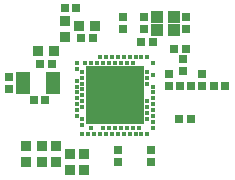
<source format=gts>
G04*
G04 #@! TF.GenerationSoftware,Altium Limited,Altium Designer,21.0.9 (235)*
G04*
G04 Layer_Color=8388736*
%FSLAX24Y24*%
%MOIN*%
G70*
G04*
G04 #@! TF.SameCoordinates,0FC08E8B-5143-46C9-A69D-0C2F4C58737C*
G04*
G04*
G04 #@! TF.FilePolarity,Negative*
G04*
G01*
G75*
%ADD23R,0.0316X0.0257*%
%ADD24R,0.0257X0.0296*%
%ADD25R,0.0296X0.0257*%
%ADD26R,0.0375X0.0355*%
%ADD27R,0.0434X0.0395*%
%ADD28R,0.0355X0.0375*%
%ADD29C,0.0148*%
%ADD30R,0.1949X0.1949*%
%ADD31R,0.0454X0.0769*%
D23*
X3667Y302D02*
D03*
X3293D02*
D03*
X2165Y302D02*
D03*
X2539Y302D02*
D03*
X-1673Y2904D02*
D03*
X-1299D02*
D03*
D24*
X2916Y323D02*
D03*
Y717D02*
D03*
X1792Y305D02*
D03*
Y699D02*
D03*
X2266Y1197D02*
D03*
Y803D02*
D03*
X1191Y-1821D02*
D03*
Y-2215D02*
D03*
X98Y-1821D02*
D03*
Y-2215D02*
D03*
X2378Y2597D02*
D03*
Y2203D02*
D03*
X978Y2203D02*
D03*
Y2597D02*
D03*
X266Y2205D02*
D03*
Y2598D02*
D03*
X-3515Y217D02*
D03*
Y610D02*
D03*
D25*
X876Y1791D02*
D03*
X1270D02*
D03*
X2126Y-787D02*
D03*
X2520D02*
D03*
X1969Y1545D02*
D03*
X2362D02*
D03*
X-2096Y1033D02*
D03*
X-2490D02*
D03*
X-2314Y-167D02*
D03*
X-2708D02*
D03*
X-1127Y1900D02*
D03*
X-733D02*
D03*
D26*
X-1959Y-2215D02*
D03*
Y-1683D02*
D03*
X-2421Y-2215D02*
D03*
Y-1683D02*
D03*
X-2953Y-2215D02*
D03*
Y-1683D02*
D03*
X-1673Y2490D02*
D03*
Y1959D02*
D03*
X-1496Y-2500D02*
D03*
Y-1969D02*
D03*
X-1033Y-2500D02*
D03*
Y-1969D02*
D03*
D27*
X1392Y2173D02*
D03*
Y2626D02*
D03*
X1963D02*
D03*
Y2173D02*
D03*
D28*
X-2549Y1467D02*
D03*
X-2018D02*
D03*
X-1191Y2309D02*
D03*
X-659D02*
D03*
D29*
X886Y1280D02*
D03*
X-492D02*
D03*
X-295D02*
D03*
X-98D02*
D03*
X98D02*
D03*
X295D02*
D03*
X492D02*
D03*
X689D02*
D03*
X1083D02*
D03*
X-1280Y1083D02*
D03*
X-984D02*
D03*
X-787D02*
D03*
X-591D02*
D03*
X-394D02*
D03*
X-197D02*
D03*
X0D02*
D03*
X197D02*
D03*
X394D02*
D03*
X591D02*
D03*
X1280D02*
D03*
X1083Y787D02*
D03*
X-1280Y886D02*
D03*
X-1083Y787D02*
D03*
X1280Y689D02*
D03*
X-1083Y591D02*
D03*
X1083D02*
D03*
X-1280Y492D02*
D03*
X-1083Y394D02*
D03*
X1083D02*
D03*
X-1280Y295D02*
D03*
X1280D02*
D03*
X-1083Y197D02*
D03*
X-1280Y98D02*
D03*
X1280D02*
D03*
X-1083Y0D02*
D03*
X-1280Y-98D02*
D03*
X1280D02*
D03*
X-1083Y-197D02*
D03*
X1083D02*
D03*
X-1280Y-295D02*
D03*
X1280D02*
D03*
X-1083Y-394D02*
D03*
X1083D02*
D03*
X-1280Y-492D02*
D03*
X1280D02*
D03*
X1083Y-591D02*
D03*
X-1280Y-689D02*
D03*
X1280D02*
D03*
X-1083Y-787D02*
D03*
X1083D02*
D03*
X1280Y-886D02*
D03*
X-1083Y-984D02*
D03*
X-787Y-1083D02*
D03*
X-394D02*
D03*
X-197D02*
D03*
X0D02*
D03*
X197D02*
D03*
X394D02*
D03*
X591D02*
D03*
X787D02*
D03*
X1280D02*
D03*
X-1083Y-1280D02*
D03*
X-886D02*
D03*
X-689D02*
D03*
X-492D02*
D03*
X-295D02*
D03*
X-98D02*
D03*
X98D02*
D03*
X295D02*
D03*
X492D02*
D03*
X689D02*
D03*
X886D02*
D03*
X1083D02*
D03*
D30*
X0Y0D02*
D03*
D31*
X-2078Y404D02*
D03*
X-3062D02*
D03*
M02*

</source>
